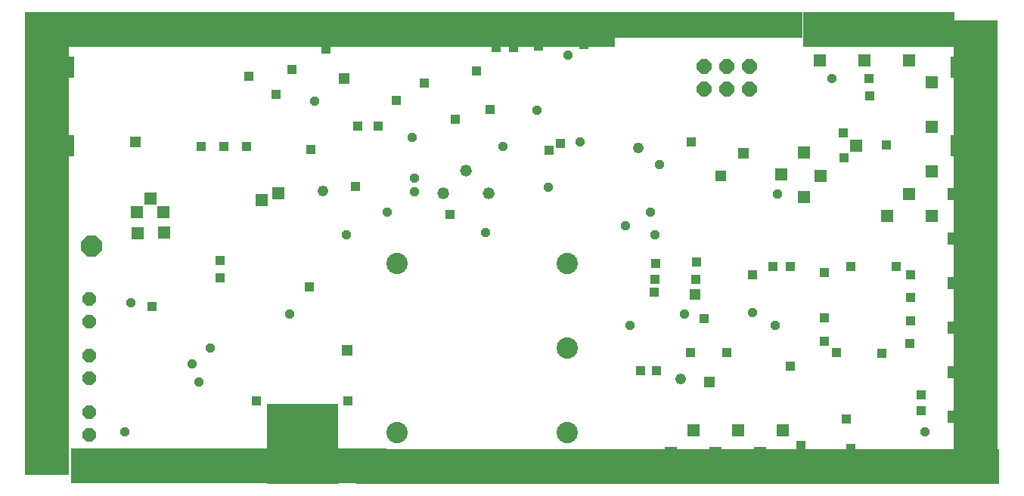
<source format=gbs>
G75*
G70*
%OFA0B0*%
%FSLAX24Y24*%
%IPPOS*%
%LPD*%
%AMOC8*
5,1,8,0,0,1.08239X$1,22.5*
%
%ADD10R,1.3780X0.1575*%
%ADD11R,2.8346X0.1575*%
%ADD12R,0.1969X1.3780*%
%ADD13R,2.5984X0.1575*%
%ADD14R,0.7874X0.1181*%
%ADD15R,0.0394X0.1181*%
%ADD16R,0.6693X0.1575*%
%ADD17R,0.3150X0.3543*%
%ADD18OC8,0.0600*%
%ADD19R,0.2080X0.0980*%
%ADD20C,0.0940*%
%ADD21OC8,0.0640*%
%ADD22OC8,0.0930*%
%ADD23C,0.0520*%
%ADD24R,0.0555X0.0555*%
%ADD25R,0.0397X0.0397*%
%ADD26OC8,0.0397*%
%ADD27R,0.0476X0.0476*%
%ADD28C,0.0476*%
D10*
X015706Y004845D03*
X015871Y004845D03*
X042855Y004824D03*
D11*
X035592Y004829D03*
D12*
X048703Y011027D03*
X048703Y017653D03*
X007769Y017946D03*
X007769Y011320D03*
D13*
X019823Y024116D03*
D14*
X036752Y024313D03*
D15*
X040886Y024313D03*
D16*
X044429Y024116D03*
D17*
X019036Y005809D03*
D18*
X009659Y006225D03*
X009659Y007225D03*
X009659Y008725D03*
X009659Y009725D03*
X009659Y011225D03*
X009659Y012225D03*
D19*
X007941Y018975D03*
X007941Y022455D03*
X048655Y022455D03*
X048655Y018975D03*
D20*
X030705Y013787D03*
X023225Y013787D03*
X030705Y010047D03*
X030705Y006307D03*
X023225Y006307D03*
D21*
X036744Y021470D03*
X037744Y021470D03*
X038744Y021470D03*
X038744Y022470D03*
X037744Y022470D03*
X036744Y022470D03*
D22*
X009752Y014547D03*
D23*
X025243Y016879D03*
X027243Y016879D03*
X026243Y017879D03*
D24*
X007605Y004920D03*
X007605Y006398D03*
X007605Y008367D03*
X007605Y010335D03*
X007605Y012304D03*
X007605Y014272D03*
X011771Y015115D03*
X011727Y016044D03*
X012344Y016638D03*
X012904Y016039D03*
X012951Y015156D03*
X017244Y016581D03*
X017970Y016879D03*
X008405Y019009D03*
X007205Y019009D03*
X007605Y018209D03*
X007605Y016241D03*
X007305Y022509D03*
X008505Y022509D03*
X008707Y024393D03*
X007605Y024393D03*
X010676Y024393D03*
X012644Y024393D03*
X014613Y024393D03*
X016581Y024393D03*
X018550Y024393D03*
X020518Y024393D03*
X022487Y024393D03*
X024455Y024393D03*
X026424Y024393D03*
X028392Y024393D03*
X030361Y024393D03*
X032329Y024393D03*
X034298Y024393D03*
X036266Y024393D03*
X038235Y024393D03*
X040203Y024393D03*
X042172Y024393D03*
X042833Y023746D03*
X044140Y024393D03*
X044802Y023746D03*
X046109Y024393D03*
X046770Y023746D03*
X045786Y022762D03*
X046770Y021778D03*
X048078Y022471D03*
X049078Y022471D03*
X043818Y022762D03*
X041849Y022762D03*
X046770Y019809D03*
X048078Y018971D03*
X049078Y018971D03*
X046770Y017841D03*
X045786Y016857D03*
X044802Y015872D03*
X046770Y015872D03*
X047755Y014888D03*
X048739Y013904D03*
X047755Y012920D03*
X048739Y011935D03*
X047755Y010951D03*
X048739Y009967D03*
X047755Y008983D03*
X048739Y007998D03*
X047755Y007014D03*
X048739Y006030D03*
X048077Y004920D03*
X046109Y004920D03*
X044140Y004920D03*
X042172Y004920D03*
X040203Y004920D03*
X039219Y005414D03*
X038235Y004920D03*
X037251Y005414D03*
X036266Y004920D03*
X035282Y005414D03*
X034298Y004920D03*
X032329Y004920D03*
X030361Y004920D03*
X028392Y004920D03*
X026424Y004920D03*
X024455Y004920D03*
X022487Y004920D03*
X020315Y004731D03*
X019715Y004731D03*
X019115Y004731D03*
X018515Y004731D03*
X017915Y004731D03*
X017915Y005331D03*
X018515Y005331D03*
X019115Y005331D03*
X019715Y005331D03*
X020315Y005331D03*
X020315Y006031D03*
X019715Y006031D03*
X019115Y006031D03*
X018515Y006031D03*
X017915Y006031D03*
X017915Y006731D03*
X018515Y006731D03*
X019115Y006731D03*
X019715Y006731D03*
X020315Y006731D03*
X020315Y007331D03*
X019715Y007331D03*
X019115Y007331D03*
X018515Y007331D03*
X017915Y007331D03*
X016581Y004920D03*
X014613Y004920D03*
X012644Y004920D03*
X036266Y006398D03*
X038235Y006398D03*
X040203Y006398D03*
X048739Y015872D03*
X047755Y016857D03*
X043428Y018994D03*
X041893Y017660D03*
X040144Y017710D03*
X041128Y018694D03*
X041128Y016726D03*
D25*
X042908Y018444D03*
X044782Y019001D03*
X042887Y019533D03*
X044044Y021171D03*
X044014Y021959D03*
X036191Y019149D03*
X030399Y019087D03*
X029899Y018787D03*
X027299Y020587D03*
X025769Y020157D03*
X023189Y020977D03*
X024419Y021737D03*
X026699Y022287D03*
X027569Y023327D03*
X028339Y023317D03*
X029459Y023387D03*
X031448Y023446D03*
X022365Y019847D03*
X021465Y019847D03*
X019398Y018829D03*
X021380Y017171D03*
X025550Y015941D03*
X019342Y012745D03*
X015405Y013138D03*
X015405Y013908D03*
X012397Y011882D03*
X017005Y007698D03*
X021035Y007708D03*
X033927Y009063D03*
X034638Y009058D03*
X036130Y009846D03*
X037755Y009846D03*
X040536Y009241D03*
X042588Y009855D03*
X042037Y010363D03*
X042038Y011380D03*
X044591Y009821D03*
X045821Y010259D03*
X045839Y011260D03*
X045843Y012265D03*
X045845Y013274D03*
X045226Y013635D03*
X043209Y013643D03*
X042043Y013386D03*
X040531Y013641D03*
X039788Y013632D03*
X038870Y013295D03*
X036399Y013835D03*
X036380Y013096D03*
X034590Y013088D03*
X034610Y013790D03*
X034533Y012503D03*
X036752Y011359D03*
X043008Y006929D03*
X043196Y005603D03*
X041026Y005763D03*
X046326Y007280D03*
X046321Y007974D03*
X017865Y021247D03*
X016665Y022047D03*
X018565Y022347D03*
X020065Y023247D03*
X016565Y018947D03*
X015565Y018947D03*
X014565Y018947D03*
D26*
X019565Y020947D03*
X023865Y019347D03*
X023965Y017547D03*
X023965Y016947D03*
X022765Y016047D03*
X020965Y015047D03*
X027123Y015147D03*
X029865Y017147D03*
X027865Y018947D03*
X029365Y020547D03*
X031265Y019147D03*
X034765Y018147D03*
X034365Y016047D03*
X033265Y015447D03*
X034565Y015047D03*
X039965Y016847D03*
X042387Y021947D03*
X030745Y022977D03*
X011465Y012047D03*
X014965Y010047D03*
X014165Y009347D03*
X014465Y008547D03*
X011207Y006334D03*
X018465Y011547D03*
X033465Y011047D03*
X035865Y011547D03*
X038863Y011629D03*
X039865Y011047D03*
X046465Y006347D03*
D27*
X036965Y008547D03*
X036340Y012422D03*
X037465Y017647D03*
X038465Y018647D03*
X020865Y021947D03*
X011665Y019147D03*
X021004Y009943D03*
D28*
X035715Y008672D03*
X019958Y016991D03*
X033858Y018891D03*
M02*

</source>
